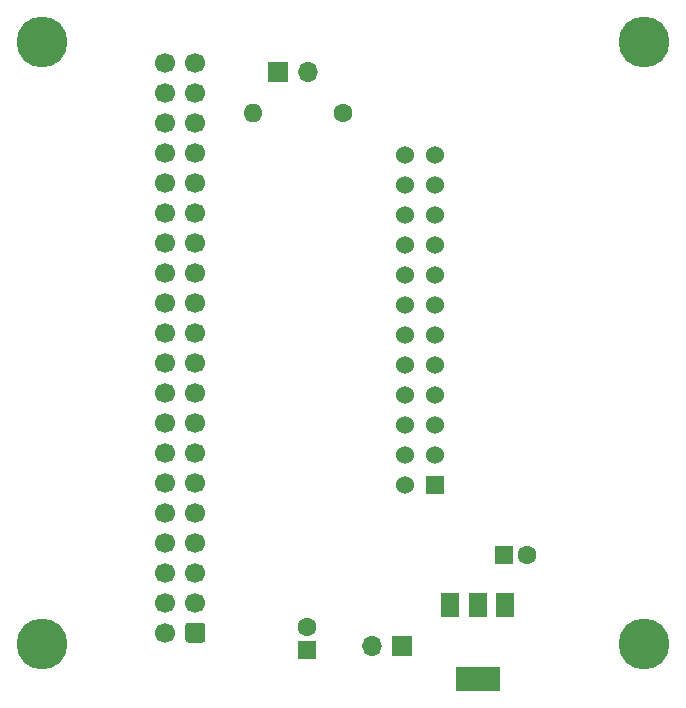
<source format=gbr>
%TF.GenerationSoftware,KiCad,Pcbnew,(5.1.10)-1*%
%TF.CreationDate,2021-09-03T20:41:02-04:00*%
%TF.ProjectId,3to4_Adapter,33746f34-5f41-4646-9170-7465722e6b69,v1*%
%TF.SameCoordinates,Original*%
%TF.FileFunction,Soldermask,Top*%
%TF.FilePolarity,Negative*%
%FSLAX46Y46*%
G04 Gerber Fmt 4.6, Leading zero omitted, Abs format (unit mm)*
G04 Created by KiCad (PCBNEW (5.1.10)-1) date 2021-09-03 20:41:02*
%MOMM*%
%LPD*%
G01*
G04 APERTURE LIST*
%ADD10O,1.700000X1.700000*%
%ADD11R,1.700000X1.700000*%
%ADD12R,1.500000X2.000000*%
%ADD13R,3.800000X2.000000*%
%ADD14O,1.600000X1.600000*%
%ADD15C,1.600000*%
%ADD16R,1.600000X1.600000*%
%ADD17C,1.530000*%
%ADD18R,1.530000X1.530000*%
%ADD19C,4.300000*%
%ADD20C,1.700000*%
G04 APERTURE END LIST*
D10*
%TO.C,J4*%
X144960000Y-130100000D03*
D11*
X147500000Y-130100000D03*
%TD*%
D12*
%TO.C,U1*%
X156200000Y-126650000D03*
X151600000Y-126650000D03*
X153900000Y-126650000D03*
D13*
X153900000Y-132950000D03*
%TD*%
D14*
%TO.C,R1*%
X134880000Y-85000000D03*
D15*
X142500000Y-85000000D03*
%TD*%
D10*
%TO.C,J3*%
X139540000Y-81500000D03*
D11*
X137000000Y-81500000D03*
%TD*%
D15*
%TO.C,C2*%
X158100000Y-122400000D03*
D16*
X156100000Y-122400000D03*
%TD*%
D15*
%TO.C,C1*%
X139500000Y-128500000D03*
D16*
X139500000Y-130500000D03*
%TD*%
D17*
%TO.C,J2*%
X147730000Y-88530000D03*
X150270000Y-88530000D03*
X147730000Y-91070000D03*
X150270000Y-91070000D03*
X147730000Y-93610000D03*
X150270000Y-93610000D03*
X147730000Y-96150000D03*
X150270000Y-96150000D03*
X147730000Y-98690000D03*
X150270000Y-98690000D03*
X147730000Y-101230000D03*
X150270000Y-101230000D03*
X147730000Y-103770000D03*
X150270000Y-103770000D03*
X147730000Y-106310000D03*
X150270000Y-106310000D03*
X147730000Y-108850000D03*
X150270000Y-108850000D03*
X147730000Y-111390000D03*
X150270000Y-111390000D03*
X147730000Y-113930000D03*
X150270000Y-113930000D03*
X147730000Y-116470000D03*
D18*
X150270000Y-116470000D03*
%TD*%
D19*
%TO.C,H4*%
X168000000Y-130000000D03*
%TD*%
%TO.C,H3*%
X168000000Y-79000000D03*
%TD*%
%TO.C,H2*%
X117000000Y-130000000D03*
%TD*%
%TO.C,H1*%
X117000000Y-79000000D03*
%TD*%
D20*
%TO.C,J1*%
X127460000Y-80740000D03*
X127460000Y-83280000D03*
X127460000Y-85820000D03*
X127460000Y-88360000D03*
X127460000Y-90900000D03*
X127460000Y-93440000D03*
X127460000Y-95980000D03*
X127460000Y-98520000D03*
X127460000Y-101060000D03*
X127460000Y-103600000D03*
X127460000Y-106140000D03*
X127460000Y-108680000D03*
X127460000Y-111220000D03*
X127460000Y-113760000D03*
X127460000Y-116300000D03*
X127460000Y-118840000D03*
X127460000Y-121380000D03*
X127460000Y-123920000D03*
X127460000Y-126460000D03*
X127460000Y-129000000D03*
X130000000Y-80740000D03*
X130000000Y-83280000D03*
X130000000Y-85820000D03*
X130000000Y-88360000D03*
X130000000Y-90900000D03*
X130000000Y-93440000D03*
X130000000Y-95980000D03*
X130000000Y-98520000D03*
X130000000Y-101060000D03*
X130000000Y-103600000D03*
X130000000Y-106140000D03*
X130000000Y-108680000D03*
X130000000Y-111220000D03*
X130000000Y-113760000D03*
X130000000Y-116300000D03*
X130000000Y-118840000D03*
X130000000Y-121380000D03*
X130000000Y-123920000D03*
X130000000Y-126460000D03*
G36*
G01*
X130850000Y-128400000D02*
X130850000Y-129600000D01*
G75*
G02*
X130600000Y-129850000I-250000J0D01*
G01*
X129400000Y-129850000D01*
G75*
G02*
X129150000Y-129600000I0J250000D01*
G01*
X129150000Y-128400000D01*
G75*
G02*
X129400000Y-128150000I250000J0D01*
G01*
X130600000Y-128150000D01*
G75*
G02*
X130850000Y-128400000I0J-250000D01*
G01*
G37*
%TD*%
M02*

</source>
